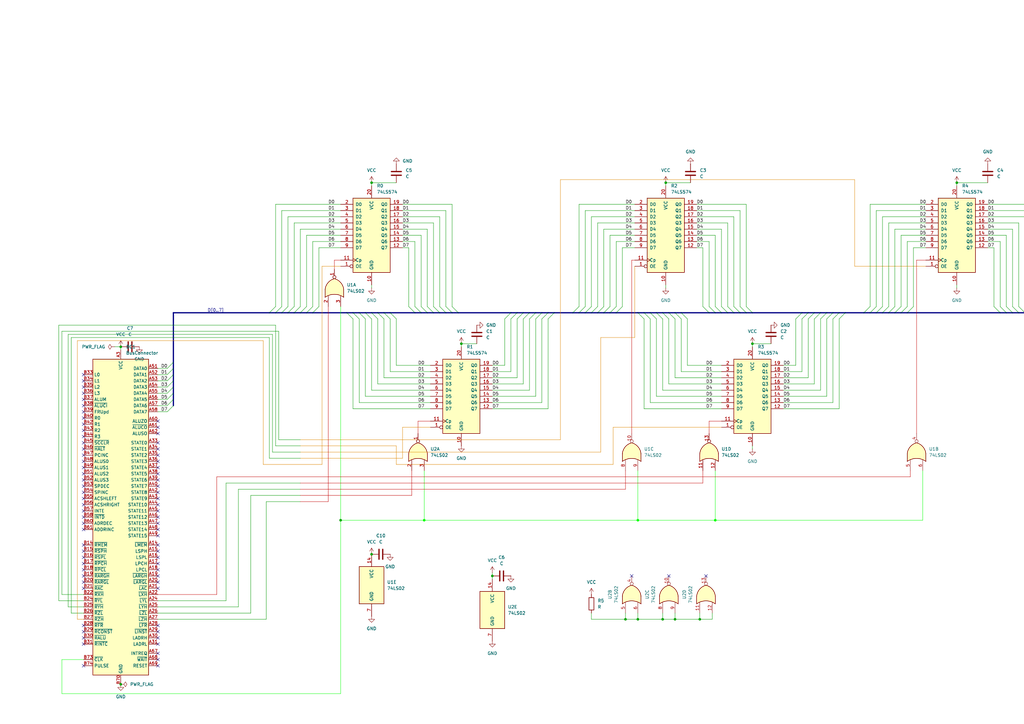
<source format=kicad_sch>
(kicad_sch (version 20250114) (generator "eeschema") (generator_version "9.0")
  (paper "A3")
  (junction (at 152.4 227.33))
  (junction (at 201.93 236.22))
  (junction (at 293.37 213.36) (color 0 255 0 1))
  (junction (at 271.78 254))
  (junction (at 273.05 74.93))
  (junction (at 256.54 254))
  (junction (at 152.4 74.93))
  (junction (at 392.43 74.93))
  (junction (at 261.62 254))
  (junction (at 287.02 254))
  (junction (at 49.53 280.67))
  (junction (at 139.7 213.36))
  (junction (at 261.62 213.36) (color 0 255 0 1))
  (junction (at 49.53 142.24))
  (junction (at 276.86 254))
  (junction (at 308.61 140.97))
  (junction (at 189.23 140.97))
  (junction (at 173.99 213.36) (color 0 255 0 1))
  (no_connect (at 64.77 261.62))
  (no_connect (at 64.77 189.23))
  (no_connect (at 64.77 228.6))
  (no_connect (at 34.29 184.15))
  (no_connect (at 34.29 153.67))
  (no_connect (at 34.29 238.76))
  (no_connect (at 34.29 226.06))
  (no_connect (at 64.77 184.15))
  (no_connect (at 34.29 199.39))
  (no_connect (at 34.29 189.23))
  (no_connect (at 34.29 181.61))
  (no_connect (at 64.77 241.3))
  (no_connect (at 64.77 259.08))
  (no_connect (at 64.77 273.05))
  (no_connect (at 64.77 236.22))
  (no_connect (at 34.29 273.05))
  (no_connect (at 34.29 163.83))
  (no_connect (at 289.56 236.22))
  (no_connect (at 64.77 226.06))
  (no_connect (at 64.77 186.69))
  (no_connect (at 34.29 259.08))
  (no_connect (at 64.77 209.55))
  (no_connect (at 64.77 238.76))
  (no_connect (at 64.77 196.85))
  (no_connect (at 64.77 267.97))
  (no_connect (at 34.29 241.3))
  (no_connect (at 34.29 217.17))
  (no_connect (at 34.29 256.54))
  (no_connect (at 64.77 194.31))
  (no_connect (at 34.29 228.6))
  (no_connect (at 34.29 168.91))
  (no_connect (at 64.77 177.8))
  (no_connect (at 64.77 204.47))
  (no_connect (at 34.29 156.21))
  (no_connect (at 64.77 201.93))
  (no_connect (at 34.29 261.62))
  (no_connect (at 34.29 264.16))
  (no_connect (at 34.29 161.29))
  (no_connect (at 64.77 212.09))
  (no_connect (at 64.77 256.54))
  (no_connect (at 64.77 219.71))
  (no_connect (at 64.77 199.39))
  (no_connect (at 34.29 214.63))
  (no_connect (at 34.29 166.37))
  (no_connect (at 34.29 171.45))
  (no_connect (at 34.29 207.01))
  (no_connect (at 34.29 191.77))
  (no_connect (at 274.32 236.22))
  (no_connect (at 34.29 233.68))
  (no_connect (at 64.77 231.14))
  (no_connect (at 64.77 207.01))
  (no_connect (at 34.29 231.14))
  (no_connect (at 34.29 194.31))
  (no_connect (at 34.29 179.07))
  (no_connect (at 34.29 158.75))
  (no_connect (at 34.29 209.55))
  (no_connect (at 34.29 201.93))
  (no_connect (at 34.29 186.69))
  (no_connect (at 34.29 236.22))
  (no_connect (at 64.77 217.17))
  (no_connect (at 34.29 212.09))
  (no_connect (at 64.77 233.68))
  (no_connect (at 64.77 214.63))
  (no_connect (at 259.08 236.22))
  (no_connect (at 64.77 270.51))
  (no_connect (at 64.77 191.77))
  (no_connect (at 34.29 176.53))
  (no_connect (at 64.77 223.52))
  (no_connect (at 34.29 204.47))
  (no_connect (at 64.77 264.16))
  (no_connect (at 64.77 175.26))
  (no_connect (at 34.29 223.52))
  (no_connect (at 64.77 172.72))
  (no_connect (at 64.77 181.61))
  (no_connect (at 34.29 196.85))
  (no_connect (at 34.29 173.99))
  (bus_entry (at 266.7 128.27) (size 2.54 2.54))
  (bus_entry (at 237.49 128.27) (size 2.54 -2.54))
  (bus_entry (at 247.65 128.27) (size 2.54 -2.54))
  (bus_entry (at 334.01 130.81) (size 2.54 -2.54))
  (bus_entry (at 154.94 128.27) (size 2.54 2.54))
  (bus_entry (at 160.02 128.27) (size 2.54 2.54))
  (bus_entry (at 271.78 128.27) (size 2.54 2.54))
  (bus_entry (at 269.24 128.27) (size 2.54 2.54))
  (bus_entry (at 207.01 130.81) (size 2.54 -2.54))
  (bus_entry (at 288.29 125.73) (size 2.54 2.54))
  (bus_entry (at 420.37 125.73) (size 2.54 2.54))
  (bus_entry (at 149.86 128.27) (size 2.54 2.54))
  (bus_entry (at 361.95 128.27) (size 2.54 -2.54))
  (bus_entry (at 415.29 125.73) (size 2.54 2.54))
  (bus_entry (at 125.73 128.27) (size 2.54 -2.54))
  (bus_entry (at 412.75 125.73) (size 2.54 2.54))
  (bus_entry (at 175.26 125.73) (size 2.54 2.54))
  (bus_entry (at 328.93 130.81) (size 2.54 -2.54))
  (bus_entry (at 407.67 125.73) (size 2.54 2.54))
  (bus_entry (at 341.63 130.81) (size 2.54 -2.54))
  (bus_entry (at 214.63 130.81) (size 2.54 -2.54))
  (bus_entry (at 180.34 125.73) (size 2.54 2.54))
  (bus_entry (at 68.58 161.29) (size 2.54 -2.54))
  (bus_entry (at 234.95 128.27) (size 2.54 -2.54))
  (bus_entry (at 157.48 128.27) (size 2.54 2.54))
  (bus_entry (at 422.91 125.73) (size 2.54 2.54))
  (bus_entry (at 177.8 125.73) (size 2.54 2.54))
  (bus_entry (at 264.16 128.27) (size 2.54 2.54))
  (bus_entry (at 417.83 125.73) (size 2.54 2.54))
  (bus_entry (at 209.55 130.81) (size 2.54 -2.54))
  (bus_entry (at 217.17 130.81) (size 2.54 -2.54))
  (bus_entry (at 245.11 128.27) (size 2.54 -2.54))
  (bus_entry (at 68.58 168.91) (size 2.54 -2.54))
  (bus_entry (at 182.88 125.73) (size 2.54 2.54))
  (bus_entry (at 306.07 125.73) (size 2.54 2.54))
  (bus_entry (at 68.58 156.21) (size 2.54 -2.54))
  (bus_entry (at 68.58 151.13) (size 2.54 -2.54))
  (bus_entry (at 356.87 128.27) (size 2.54 -2.54))
  (bus_entry (at 147.32 128.27) (size 2.54 2.54))
  (bus_entry (at 279.4 128.27) (size 2.54 2.54))
  (bus_entry (at 242.57 128.27) (size 2.54 -2.54))
  (bus_entry (at 303.53 125.73) (size 2.54 2.54))
  (bus_entry (at 212.09 130.81) (size 2.54 -2.54))
  (bus_entry (at 115.57 128.27) (size 2.54 -2.54))
  (bus_entry (at 425.45 125.73) (size 2.54 2.54))
  (bus_entry (at 68.58 153.67) (size 2.54 -2.54))
  (bus_entry (at 276.86 128.27) (size 2.54 2.54))
  (bus_entry (at 290.83 125.73) (size 2.54 2.54))
  (bus_entry (at 261.62 128.27) (size 2.54 2.54))
  (bus_entry (at 252.73 128.27) (size 2.54 -2.54))
  (bus_entry (at 142.24 128.27) (size 2.54 2.54))
  (bus_entry (at 298.45 125.73) (size 2.54 2.54))
  (bus_entry (at 344.17 130.81) (size 2.54 -2.54))
  (bus_entry (at 120.65 128.27) (size 2.54 -2.54))
  (bus_entry (at 110.49 128.27) (size 2.54 -2.54))
  (bus_entry (at 326.39 130.81) (size 2.54 -2.54))
  (bus_entry (at 372.11 128.27) (size 2.54 -2.54))
  (bus_entry (at 293.37 125.73) (size 2.54 2.54))
  (bus_entry (at 144.78 128.27) (size 2.54 2.54))
  (bus_entry (at 128.27 128.27) (size 2.54 -2.54))
  (bus_entry (at 300.99 125.73) (size 2.54 2.54))
  (bus_entry (at 274.32 128.27) (size 2.54 2.54))
  (bus_entry (at 295.91 125.73) (size 2.54 2.54))
  (bus_entry (at 222.25 130.81) (size 2.54 -2.54))
  (bus_entry (at 68.58 163.83) (size 2.54 -2.54))
  (bus_entry (at 367.03 128.27) (size 2.54 -2.54))
  (bus_entry (at 219.71 130.81) (size 2.54 -2.54))
  (bus_entry (at 123.19 128.27) (size 2.54 -2.54))
  (bus_entry (at 339.09 130.81) (size 2.54 -2.54))
  (bus_entry (at 113.03 128.27) (size 2.54 -2.54))
  (bus_entry (at 185.42 125.73) (size 2.54 2.54))
  (bus_entry (at 172.72 125.73) (size 2.54 2.54))
  (bus_entry (at 331.47 130.81) (size 2.54 -2.54))
  (bus_entry (at 170.18 125.73) (size 2.54 2.54))
  (bus_entry (at 369.57 128.27) (size 2.54 -2.54))
  (bus_entry (at 118.11 128.27) (size 2.54 -2.54))
  (bus_entry (at 354.33 128.27) (size 2.54 -2.54))
  (bus_entry (at 240.03 128.27) (size 2.54 -2.54))
  (bus_entry (at 68.58 166.37) (size 2.54 -2.54))
  (bus_entry (at 152.4 128.27) (size 2.54 2.54))
  (bus_entry (at 336.55 130.81) (size 2.54 -2.54))
  (bus_entry (at 410.21 125.73) (size 2.54 2.54))
  (bus_entry (at 359.41 128.27) (size 2.54 -2.54))
  (bus_entry (at 364.49 128.27) (size 2.54 -2.54))
  (bus_entry (at 250.19 128.27) (size 2.54 -2.54))
  (bus_entry (at 224.79 130.81) (size 2.54 -2.54))
  (bus_entry (at 167.64 125.73) (size 2.54 2.54))
  (bus_entry (at 68.58 158.75) (size 2.54 -2.54))
  (bus (pts (xy 306.07 128.27) (xy 308.61 128.27)) (stroke (width 0.508)))
  (wire (pts (xy 359.41 86.36) (xy 379.73 86.36)))
  (wire (pts (xy 64.77 166.37) (xy 68.58 166.37)))
  (wire (pts (xy 285.75 91.44) (xy 298.45 91.44)))
  (wire (pts (xy 125.73 125.73) (xy 125.73 96.52)))
  (wire (pts (xy 160.02 130.81) (xy 160.02 152.4)))
  (bus (pts (xy 71.12 161.29) (xy 71.12 163.83)) (stroke (width 0.508)))
  (wire (pts (xy 250.19 125.73) (xy 250.19 96.52)))
  (wire (pts (xy 293.37 213.36) (xy 378.46 213.36)) (stroke (width 0) (color 0 255 0 1)))
  (wire (pts (xy 261.62 213.36) (xy 293.37 213.36)) (stroke (width 0) (color 0 255 0 1)))
  (wire (pts (xy 292.1 254) (xy 292.1 251.46)))
  (wire (pts (xy 157.48 130.81) (xy 157.48 154.94)))
  (wire (pts (xy 405.13 101.6) (xy 407.67 101.6)))
  (wire (pts (xy 405.13 91.44) (xy 417.83 91.44)))
  (wire (pts (xy 128.27 125.73) (xy 128.27 99.06)))
  (wire (pts (xy 288.29 101.6) (xy 288.29 125.73)))
  (wire (pts (xy 293.37 213.36) (xy 293.37 193.04)) (stroke (width 0) (color 0 255 0 1)))
  (wire (pts (xy 359.41 125.73) (xy 359.41 86.36)))
  (wire (pts (xy 31.75 254) (xy 34.29 254)) (stroke (width 0) (color 221 133 0 1)))
  (wire (pts (xy 369.57 96.52) (xy 379.73 96.52)))
  (wire (pts (xy 295.91 172.72) (xy 290.83 172.72)) (stroke (width 0) (color 194 0 0 1)))
  (wire (pts (xy 160.02 152.4) (xy 176.53 152.4)))
  (bus (pts (xy 334.01 128.27) (xy 336.55 128.27)) (stroke (width 0.508)))
  (wire (pts (xy 246.38 185.42) (xy 246.38 138.43)) (stroke (width 0) (color 221 133 0 1)))
  (wire (pts (xy 350.52 73.66) (xy 350.52 109.22)) (stroke (width 0) (color 221 133 0 1)))
  (bus (pts (xy 71.12 148.59) (xy 71.12 151.13)) (stroke (width 0.508)))
  (wire (pts (xy 152.4 130.81) (xy 152.4 160.02)))
  (wire (pts (xy 222.25 165.1) (xy 201.93 165.1)))
  (wire (pts (xy 170.18 99.06) (xy 170.18 125.73)))
  (wire (pts (xy 417.83 91.44) (xy 417.83 125.73)))
  (wire (pts (xy 364.49 125.73) (xy 364.49 91.44)))
  (wire (pts (xy 107.95 139.7) (xy 31.75 139.7)) (stroke (width 0) (color 221 133 0 1)))
  (wire (pts (xy 374.65 101.6) (xy 379.73 101.6)))
  (wire (pts (xy 152.4 116.84) (xy 152.4 118.11)))
  (wire (pts (xy 274.32 157.48) (xy 295.91 157.48)))
  (bus (pts (xy 356.87 128.27) (xy 359.41 128.27)) (stroke (width 0.508)))
  (bus (pts (xy 187.96 128.27) (xy 209.55 128.27)) (stroke (width 0.508)))
  (bus (pts (xy 71.12 158.75) (xy 71.12 161.29)) (stroke (width 0.508)))
  (wire (pts (xy 261.62 251.46) (xy 261.62 254)))
  (wire (pts (xy 34.29 243.84) (xy 25.4 243.84)))
  (wire (pts (xy 27.94 137.16) (xy 111.76 137.16)))
  (wire (pts (xy 49.53 142.24) (xy 49.53 143.51)))
  (wire (pts (xy 154.94 130.81) (xy 154.94 157.48)))
  (wire (pts (xy 242.57 88.9) (xy 260.35 88.9)))
  (wire (pts (xy 256.54 200.66) (xy 256.54 193.04)) (stroke (width 0) (color 194 0 0 1)))
  (wire (pts (xy 356.87 125.73) (xy 356.87 83.82)))
  (wire (pts (xy 162.56 130.81) (xy 162.56 149.86)))
  (bus (pts (xy 359.41 128.27) (xy 361.95 128.27)) (stroke (width 0.508)))
  (wire (pts (xy 154.94 157.48) (xy 176.53 157.48)))
  (wire (pts (xy 281.94 130.81) (xy 281.94 149.86)))
  (wire (pts (xy 64.77 168.91) (xy 68.58 168.91)))
  (wire (pts (xy 165.1 99.06) (xy 170.18 99.06)))
  (wire (pts (xy 27.94 248.92) (xy 27.94 137.16)))
  (bus (pts (xy 331.47 128.27) (xy 334.01 128.27)) (stroke (width 0.508)))
  (wire (pts (xy 285.75 96.52) (xy 293.37 96.52)))
  (wire (pts (xy 224.79 130.81) (xy 224.79 167.64)))
  (wire (pts (xy 25.4 284.48) (xy 139.7 284.48)) (stroke (width 0) (color 0 255 0 1)))
  (wire (pts (xy 34.29 246.38) (xy 24.13 246.38)))
  (bus (pts (xy 298.45 128.27) (xy 300.99 128.27)) (stroke (width 0.508)))
  (wire (pts (xy 110.49 138.43) (xy 110.49 187.96)))
  (bus (pts (xy 372.11 128.27) (xy 410.21 128.27)) (stroke (width 0.508)))
  (wire (pts (xy 256.54 254) (xy 261.62 254)))
  (bus (pts (xy 240.03 128.27) (xy 237.49 128.27)) (stroke (width 0.508)))
  (wire (pts (xy 276.86 154.94) (xy 295.91 154.94)))
  (bus (pts (xy 303.53 128.27) (xy 306.07 128.27)) (stroke (width 0.508)))
  (bus (pts (xy 182.88 128.27) (xy 185.42 128.27)) (stroke (width 0.508)))
  (wire (pts (xy 149.86 162.56) (xy 176.53 162.56)))
  (wire (pts (xy 97.79 200.66) (xy 123.19 200.66)))
  (wire (pts (xy 298.45 91.44) (xy 298.45 125.73)))
  (wire (pts (xy 157.48 154.94) (xy 176.53 154.94)))
  (wire (pts (xy 217.17 160.02) (xy 201.93 160.02)))
  (wire (pts (xy 64.77 153.67) (xy 68.58 153.67)))
  (wire (pts (xy 240.03 86.36) (xy 260.35 86.36)))
  (wire (pts (xy 276.86 254) (xy 287.02 254)))
  (wire (pts (xy 217.17 130.81) (xy 217.17 160.02)))
  (wire (pts (xy 350.52 109.22) (xy 379.73 109.22)) (stroke (width 0) (color 221 133 0 1)))
  (bus (pts (xy 344.17 128.27) (xy 346.71 128.27)) (stroke (width 0.508)))
  (wire (pts (xy 123.19 180.34) (xy 229.87 180.34)) (stroke (width 0) (color 221 133 0 1)))
  (bus (pts (xy 142.24 128.27) (xy 144.78 128.27)) (stroke (width 0.508)))
  (wire (pts (xy 326.39 149.86) (xy 321.31 149.86)))
  (wire (pts (xy 120.65 91.44) (xy 139.7 91.44)))
  (wire (pts (xy 120.65 125.73) (xy 120.65 91.44)))
  (bus (pts (xy 269.24 128.27) (xy 271.78 128.27)) (stroke (width 0.508)))
  (wire (pts (xy 185.42 83.82) (xy 185.42 125.73)))
  (wire (pts (xy 290.83 172.72) (xy 290.83 177.8)) (stroke (width 0) (color 194 0 0 1)))
  (wire (pts (xy 113.03 133.35) (xy 113.03 182.88)))
  (wire (pts (xy 246.38 138.43) (xy 260.35 138.43)) (stroke (width 0) (color 221 133 0 1)))
  (wire (pts (xy 25.4 284.48) (xy 25.4 270.51)) (stroke (width 0) (color 0 255 0 1)))
  (wire (pts (xy 392.43 116.84) (xy 392.43 118.11)))
  (wire (pts (xy 180.34 88.9) (xy 180.34 125.73)))
  (wire (pts (xy 113.03 182.88) (xy 123.19 182.88)))
  (wire (pts (xy 293.37 96.52) (xy 293.37 125.73)))
  (wire (pts (xy 247.65 125.73) (xy 247.65 93.98)))
  (wire (pts (xy 344.17 167.64) (xy 321.31 167.64)))
  (wire (pts (xy 24.13 133.35) (xy 113.03 133.35)))
  (wire (pts (xy 24.13 246.38) (xy 24.13 133.35)))
  (wire (pts (xy 373.38 195.58) (xy 373.38 193.04)) (stroke (width 0) (color 194 0 0 1)))
  (bus (pts (xy 177.8 128.27) (xy 180.34 128.27)) (stroke (width 0.508)))
  (bus (pts (xy 125.73 128.27) (xy 128.27 128.27)) (stroke (width 0.508)))
  (wire (pts (xy 144.78 167.64) (xy 176.53 167.64)))
  (wire (pts (xy 420.37 88.9) (xy 420.37 125.73)))
  (wire (pts (xy 300.99 88.9) (xy 300.99 125.73)))
  (wire (pts (xy 308.61 182.88) (xy 308.61 184.15)))
  (wire (pts (xy 92.71 246.38) (xy 92.71 198.12)))
  (wire (pts (xy 412.75 96.52) (xy 412.75 125.73)))
  (wire (pts (xy 269.24 162.56) (xy 295.91 162.56)))
  (bus (pts (xy 71.12 151.13) (xy 71.12 153.67)) (stroke (width 0.508)))
  (bus (pts (xy 160.02 128.27) (xy 170.18 128.27)) (stroke (width 0.508)))
  (wire (pts (xy 64.77 161.29) (xy 68.58 161.29)))
  (wire (pts (xy 361.95 88.9) (xy 379.73 88.9)))
  (wire (pts (xy 107.95 190.5) (xy 132.08 190.5)) (stroke (width 0) (color 221 133 0 1)))
  (wire (pts (xy 207.01 130.81) (xy 207.01 149.86)))
  (bus (pts (xy 346.71 128.27) (xy 354.33 128.27)) (stroke (width 0.508)))
  (wire (pts (xy 139.7 125.73) (xy 139.7 213.36)) (stroke (width 0) (color 0 255 0 1)))
  (wire (pts (xy 113.03 125.73) (xy 113.03 83.82)))
  (wire (pts (xy 147.32 165.1) (xy 176.53 165.1)))
  (wire (pts (xy 379.73 106.68) (xy 375.92 106.68)) (stroke (width 0) (color 194 0 0 1)))
  (wire (pts (xy 182.88 86.36) (xy 182.88 125.73)))
  (bus (pts (xy 71.12 128.27) (xy 71.12 148.59)) (stroke (width 0.508)))
  (wire (pts (xy 285.75 88.9) (xy 300.99 88.9)))
  (wire (pts (xy 123.19 187.96) (xy 165.1 187.96)) (stroke (width 0) (color 221 133 0 1)))
  (wire (pts (xy 134.62 205.74) (xy 134.62 125.73)) (stroke (width 0) (color 194 0 0 1)))
  (wire (pts (xy 123.19 205.74) (xy 134.62 205.74)) (stroke (width 0) (color 194 0 0 1)))
  (wire (pts (xy 128.27 99.06) (xy 139.7 99.06)))
  (wire (pts (xy 64.77 248.92) (xy 97.79 248.92)))
  (bus (pts (xy 247.65 128.27) (xy 250.19 128.27)) (stroke (width 0.508)))
  (wire (pts (xy 115.57 125.73) (xy 115.57 86.36)))
  (wire (pts (xy 237.49 83.82) (xy 260.35 83.82)))
  (bus (pts (xy 71.12 153.67) (xy 71.12 156.21)) (stroke (width 0.508)))
  (bus (pts (xy 336.55 128.27) (xy 339.09 128.27)) (stroke (width 0.508)))
  (wire (pts (xy 123.19 185.42) (xy 246.38 185.42)) (stroke (width 0) (color 221 133 0 1)))
  (wire (pts (xy 295.91 93.98) (xy 295.91 125.73)))
  (bus (pts (xy 209.55 128.27) (xy 212.09 128.27)) (stroke (width 0.508)))
  (wire (pts (xy 285.75 99.06) (xy 290.83 99.06)))
  (bus (pts (xy 222.25 128.27) (xy 224.79 128.27)) (stroke (width 0.508)))
  (wire (pts (xy 137.16 106.68) (xy 139.7 106.68)) (stroke (width 0) (color 194 0 0 1)))
  (bus (pts (xy 224.79 128.27) (xy 227.33 128.27)) (stroke (width 0.508)))
  (wire (pts (xy 303.53 86.36) (xy 303.53 125.73)))
  (wire (pts (xy 64.77 246.38) (xy 92.71 246.38)))
  (bus (pts (xy 71.12 156.21) (xy 71.12 158.75)) (stroke (width 0.508)))
  (wire (pts (xy 273.05 74.93) (xy 273.05 76.2)))
  (wire (pts (xy 245.11 125.73) (xy 245.11 91.44)))
  (bus (pts (xy 364.49 128.27) (xy 367.03 128.27)) (stroke (width 0.508)))
  (wire (pts (xy 92.71 198.12) (xy 123.19 198.12)))
  (wire (pts (xy 64.77 156.21) (xy 68.58 156.21)))
  (wire (pts (xy 405.13 99.06) (xy 410.21 99.06)))
  (wire (pts (xy 222.25 130.81) (xy 222.25 165.1)))
  (wire (pts (xy 308.61 140.97) (xy 308.61 142.24)))
  (bus (pts (xy 120.65 128.27) (xy 123.19 128.27)) (stroke (width 0.508)))
  (wire (pts (xy 288.29 198.12) (xy 288.29 193.04)) (stroke (width 0) (color 194 0 0 1)))
  (wire (pts (xy 229.87 73.66) (xy 350.52 73.66)) (stroke (width 0) (color 221 133 0 1)))
  (wire (pts (xy 139.7 213.36) (xy 173.99 213.36)) (stroke (width 0) (color 0 255 0 1)))
  (bus (pts (xy 245.11 128.27) (xy 247.65 128.27)) (stroke (width 0.508)))
  (wire (pts (xy 405.13 93.98) (xy 415.29 93.98)))
  (wire (pts (xy 422.91 86.36) (xy 422.91 125.73)))
  (bus (pts (xy 175.26 128.27) (xy 177.8 128.27)) (stroke (width 0.508)))
  (bus (pts (xy 170.18 128.27) (xy 172.72 128.27)) (stroke (width 0.508)))
  (wire (pts (xy 212.09 130.81) (xy 212.09 154.94)))
  (wire (pts (xy 97.79 248.92) (xy 97.79 200.66)))
  (wire (pts (xy 88.9 195.58) (xy 373.38 195.58)) (stroke (width 0) (color 194 0 0 1)))
  (wire (pts (xy 130.81 101.6) (xy 139.7 101.6)))
  (bus (pts (xy 149.86 128.27) (xy 152.4 128.27)) (stroke (width 0.508)))
  (bus (pts (xy 339.09 128.27) (xy 341.63 128.27)) (stroke (width 0.508)))
  (bus (pts (xy 157.48 128.27) (xy 160.02 128.27)) (stroke (width 0.508)))
  (bus (pts (xy 417.83 128.27) (xy 420.37 128.27)) (stroke (width 0.508)))
  (wire (pts (xy 375.92 106.68) (xy 375.92 177.8)) (stroke (width 0) (color 194 0 0 1)))
  (wire (pts (xy 165.1 93.98) (xy 175.26 93.98)))
  (bus (pts (xy 212.09 128.27) (xy 214.63 128.27)) (stroke (width 0.508)))
  (wire (pts (xy 224.79 167.64) (xy 201.93 167.64)))
  (wire (pts (xy 240.03 125.73) (xy 240.03 86.36)))
  (wire (pts (xy 189.23 140.97) (xy 195.58 140.97)))
  (wire (pts (xy 111.76 137.16) (xy 111.76 185.42)))
  (wire (pts (xy 269.24 130.81) (xy 269.24 162.56)))
  (wire (pts (xy 287.02 254) (xy 292.1 254)))
  (wire (pts (xy 165.1 187.96) (xy 165.1 175.26)) (stroke (width 0) (color 221 133 0 1)))
  (bus (pts (xy 264.16 128.27) (xy 261.62 128.27)) (stroke (width 0.508)))
  (wire (pts (xy 123.19 203.2) (xy 168.91 203.2)) (stroke (width 0) (color 194 0 0 1)))
  (bus (pts (xy 271.78 128.27) (xy 274.32 128.27)) (stroke (width 0.508)))
  (wire (pts (xy 285.75 83.82) (xy 306.07 83.82)))
  (bus (pts (xy 354.33 128.27) (xy 356.87 128.27)) (stroke (width 0.508)))
  (wire (pts (xy 308.61 140.97) (xy 316.23 140.97)))
  (wire (pts (xy 165.1 101.6) (xy 167.64 101.6)))
  (wire (pts (xy 177.8 91.44) (xy 177.8 125.73)))
  (wire (pts (xy 341.63 165.1) (xy 321.31 165.1)))
  (wire (pts (xy 259.08 177.8) (xy 259.08 106.68)) (stroke (width 0) (color 194 0 0 1)))
  (wire (pts (xy 109.22 205.74) (xy 123.19 205.74)))
  (wire (pts (xy 344.17 130.81) (xy 344.17 167.64)))
  (wire (pts (xy 214.63 157.48) (xy 201.93 157.48)))
  (bus (pts (xy 295.91 128.27) (xy 298.45 128.27)) (stroke (width 0.508)))
  (bus (pts (xy 279.4 128.27) (xy 276.86 128.27)) (stroke (width 0.508)))
  (wire (pts (xy 123.19 182.88) (xy 162.56 182.88)) (stroke (width 0) (color 221 133 0 1)))
  (bus (pts (xy 180.34 128.27) (xy 182.88 128.27)) (stroke (width 0.508)))
  (bus (pts (xy 266.7 128.27) (xy 269.24 128.27)) (stroke (width 0.508)))
  (bus (pts (xy 234.95 128.27) (xy 237.49 128.27)) (stroke (width 0.508)))
  (wire (pts (xy 132.08 190.5) (xy 132.08 109.22)) (stroke (width 0) (color 221 133 0 1)))
  (wire (pts (xy 118.11 125.73) (xy 118.11 88.9)))
  (wire (pts (xy 271.78 254) (xy 276.86 254)))
  (wire (pts (xy 102.87 251.46) (xy 102.87 203.2)))
  (wire (pts (xy 266.7 130.81) (xy 266.7 165.1)))
  (wire (pts (xy 331.47 130.81) (xy 331.47 154.94)))
  (bus (pts (xy 410.21 128.27) (xy 412.75 128.27)) (stroke (width 0.508)))
  (wire (pts (xy 255.27 101.6) (xy 260.35 101.6)))
  (wire (pts (xy 252.73 99.06) (xy 260.35 99.06)))
  (wire (pts (xy 173.99 213.36) (xy 173.99 193.04)) (stroke (width 0) (color 0 255 0 1)))
  (wire (pts (xy 144.78 130.81) (xy 144.78 167.64)))
  (wire (pts (xy 372.11 125.73) (xy 372.11 99.06)))
  (bus (pts (xy 367.03 128.27) (xy 369.57 128.27)) (stroke (width 0.508)))
  (wire (pts (xy 405.13 96.52) (xy 412.75 96.52)))
  (wire (pts (xy 162.56 149.86) (xy 176.53 149.86)))
  (wire (pts (xy 285.75 101.6) (xy 288.29 101.6)))
  (wire (pts (xy 107.95 190.5) (xy 107.95 139.7)) (stroke (width 0) (color 221 133 0 1)))
  (wire (pts (xy 214.63 130.81) (xy 214.63 157.48)))
  (wire (pts (xy 356.87 83.82) (xy 379.73 83.82)))
  (wire (pts (xy 162.56 182.88) (xy 162.56 190.5)) (stroke (width 0) (color 221 133 0 1)))
  (wire (pts (xy 285.75 86.36) (xy 303.53 86.36)))
  (wire (pts (xy 410.21 99.06) (xy 410.21 125.73)))
  (bus (pts (xy 185.42 128.27) (xy 187.96 128.27)) (stroke (width 0.508)))
  (wire (pts (xy 334.01 130.81) (xy 334.01 157.48)))
  (wire (pts (xy 175.26 93.98) (xy 175.26 125.73)))
  (bus (pts (xy 412.75 128.27) (xy 415.29 128.27)) (stroke (width 0.508)))
  (wire (pts (xy 132.08 109.22) (xy 139.7 109.22)) (stroke (width 0) (color 221 133 0 1)))
  (wire (pts (xy 339.09 130.81) (xy 339.09 162.56)))
  (wire (pts (xy 334.01 157.48) (xy 321.31 157.48)))
  (wire (pts (xy 251.46 175.26) (xy 295.91 175.26)) (stroke (width 0) (color 221 133 0 1)))
  (wire (pts (xy 165.1 88.9) (xy 180.34 88.9)))
  (wire (pts (xy 372.11 99.06) (xy 379.73 99.06)))
  (wire (pts (xy 109.22 254) (xy 109.22 205.74)))
  (bus (pts (xy 154.94 128.27) (xy 157.48 128.27)) (stroke (width 0.508)))
  (bus (pts (xy 425.45 128.27) (xy 427.99 128.27)) (stroke (width 0.508)))
  (wire (pts (xy 279.4 152.4) (xy 295.91 152.4)))
  (wire (pts (xy 31.75 139.7) (xy 31.75 254)) (stroke (width 0) (color 221 133 0 1)))
  (wire (pts (xy 167.64 101.6) (xy 167.64 125.73)))
  (wire (pts (xy 367.03 93.98) (xy 379.73 93.98)))
  (wire (pts (xy 392.43 74.93) (xy 392.43 76.2)))
  (wire (pts (xy 242.57 251.46) (xy 242.57 254)))
  (bus (pts (xy 369.57 128.27) (xy 372.11 128.27)) (stroke (width 0.508)))
  (wire (pts (xy 255.27 125.73) (xy 255.27 101.6)))
  (bus (pts (xy 128.27 128.27) (xy 142.24 128.27)) (stroke (width 0.508)))
  (wire (pts (xy 25.4 243.84) (xy 25.4 135.89)))
  (wire (pts (xy 326.39 130.81) (xy 326.39 149.86)))
  (bus (pts (xy 110.49 128.27) (xy 113.03 128.27)) (stroke (width 0.508)))
  (bus (pts (xy 341.63 128.27) (xy 344.17 128.27)) (stroke (width 0.508)))
  (wire (pts (xy 209.55 130.81) (xy 209.55 152.4)))
  (wire (pts (xy 162.56 74.93) (xy 152.4 74.93)))
  (wire (pts (xy 115.57 86.36) (xy 139.7 86.36)))
  (wire (pts (xy 339.09 162.56) (xy 321.31 162.56)))
  (wire (pts (xy 276.86 251.46) (xy 276.86 254)))
  (wire (pts (xy 328.93 152.4) (xy 321.31 152.4)))
  (wire (pts (xy 34.29 251.46) (xy 29.21 251.46)))
  (wire (pts (xy 281.94 149.86) (xy 295.91 149.86)))
  (wire (pts (xy 113.03 83.82) (xy 139.7 83.82)))
  (wire (pts (xy 114.3 135.89) (xy 114.3 180.34)))
  (wire (pts (xy 219.71 162.56) (xy 201.93 162.56)))
  (bus (pts (xy 144.78 128.27) (xy 147.32 128.27)) (stroke (width 0.508)))
  (wire (pts (xy 271.78 130.81) (xy 271.78 160.02)))
  (wire (pts (xy 88.9 195.58) (xy 88.9 243.84)) (stroke (width 0) (color 194 0 0 1)))
  (wire (pts (xy 415.29 93.98) (xy 415.29 125.73)))
  (wire (pts (xy 251.46 190.5) (xy 251.46 175.26)) (stroke (width 0) (color 221 133 0 1)))
  (wire (pts (xy 25.4 270.51) (xy 34.29 270.51)) (stroke (width 0) (color 0 255 0 1)))
  (bus (pts (xy 172.72 128.27) (xy 175.26 128.27)) (stroke (width 0.508)))
  (wire (pts (xy 364.49 91.44) (xy 379.73 91.44)))
  (wire (pts (xy 162.56 190.5) (xy 251.46 190.5)) (stroke (width 0) (color 221 133 0 1)))
  (wire (pts (xy 276.86 130.81) (xy 276.86 154.94)))
  (bus (pts (xy 250.19 128.27) (xy 252.73 128.27)) (stroke (width 0.508)))
  (bus (pts (xy 274.32 128.27) (xy 276.86 128.27)) (stroke (width 0.508)))
  (wire (pts (xy 152.4 74.93) (xy 152.4 76.2)))
  (bus (pts (xy 147.32 128.27) (xy 149.86 128.27)) (stroke (width 0.508)))
  (wire (pts (xy 361.95 125.73) (xy 361.95 88.9)))
  (wire (pts (xy 250.19 96.52) (xy 260.35 96.52)))
  (bus (pts (xy 279.4 128.27) (xy 290.83 128.27)) (stroke (width 0.508)))
  (wire (pts (xy 64.77 163.83) (xy 68.58 163.83)))
  (wire (pts (xy 137.16 106.68) (xy 137.16 110.49)) (stroke (width 0) (color 194 0 0 1)))
  (wire (pts (xy 407.67 101.6) (xy 407.67 125.73)))
  (bus (pts (xy 242.57 128.27) (xy 245.11 128.27)) (stroke (width 0.508)))
  (bus (pts (xy 422.91 128.27) (xy 425.45 128.27)) (stroke (width 0.508)))
  (bus (pts (xy 123.19 128.27) (xy 125.73 128.27)) (stroke (width 0.508)))
  (wire (pts (xy 328.93 130.81) (xy 328.93 152.4)))
  (wire (pts (xy 139.7 213.36) (xy 139.7 284.48)) (stroke (width 0) (color 0 255 0 1)))
  (wire (pts (xy 212.09 154.94) (xy 201.93 154.94)))
  (wire (pts (xy 378.46 213.36) (xy 378.46 193.04)) (stroke (width 0) (color 0 255 0 1)))
  (bus (pts (xy 415.29 128.27) (xy 417.83 128.27)) (stroke (width 0.508)))
  (wire (pts (xy 64.77 151.13) (xy 68.58 151.13)))
  (bus (pts (xy 152.4 128.27) (xy 154.94 128.27)) (stroke (width 0.508)))
  (bus (pts (xy 217.17 128.27) (xy 219.71 128.27)) (stroke (width 0.508)))
  (wire (pts (xy 336.55 160.02) (xy 321.31 160.02)))
  (wire (pts (xy 114.3 180.34) (xy 123.19 180.34)))
  (wire (pts (xy 271.78 160.02) (xy 295.91 160.02)))
  (wire (pts (xy 130.81 125.73) (xy 130.81 101.6)))
  (wire (pts (xy 274.32 130.81) (xy 274.32 157.48)))
  (wire (pts (xy 405.13 88.9) (xy 420.37 88.9)))
  (wire (pts (xy 229.87 180.34) (xy 229.87 73.66)) (stroke (width 0) (color 221 133 0 1)))
  (wire (pts (xy 271.78 251.46) (xy 271.78 254)))
  (wire (pts (xy 259.08 106.68) (xy 260.35 106.68)) (stroke (width 0) (color 194 0 0 1)))
  (bus (pts (xy 113.03 128.27) (xy 115.57 128.27)) (stroke (width 0.508)))
  (wire (pts (xy 207.01 149.86) (xy 201.93 149.86)))
  (bus (pts (xy 308.61 128.27) (xy 328.93 128.27)) (stroke (width 0.508)))
  (wire (pts (xy 88.9 243.84) (xy 64.77 243.84)) (stroke (width 0) (color 194 0 0 1)))
  (wire (pts (xy 219.71 130.81) (xy 219.71 162.56)))
  (wire (pts (xy 367.03 125.73) (xy 367.03 93.98)))
  (wire (pts (xy 237.49 125.73) (xy 237.49 83.82)))
  (wire (pts (xy 165.1 91.44) (xy 177.8 91.44)))
  (bus (pts (xy 264.16 128.27) (xy 266.7 128.27)) (stroke (width 0.508)))
  (wire (pts (xy 405.13 83.82) (xy 425.45 83.82)))
  (bus (pts (xy 293.37 128.27) (xy 295.91 128.27)) (stroke (width 0.508)))
  (bus (pts (xy 303.53 128.27) (xy 300.99 128.27)) (stroke (width 0.508)))
  (wire (pts (xy 256.54 251.46) (xy 256.54 254)))
  (wire (pts (xy 176.53 172.72) (xy 171.45 172.72)) (stroke (width 0) (color 194 0 0 1)))
  (wire (pts (xy 283.21 74.93) (xy 273.05 74.93)))
  (wire (pts (xy 341.63 130.81) (xy 341.63 165.1)))
  (wire (pts (xy 279.4 130.81) (xy 279.4 152.4)))
  (wire (pts (xy 152.4 160.02) (xy 176.53 160.02)))
  (wire (pts (xy 110.49 187.96) (xy 123.19 187.96)))
  (bus (pts (xy 115.57 128.27) (xy 118.11 128.27)) (stroke (width 0.508)))
  (wire (pts (xy 34.29 248.92) (xy 27.94 248.92)))
  (wire (pts (xy 425.45 83.82) (xy 425.45 125.73)))
  (wire (pts (xy 336.55 130.81) (xy 336.55 160.02)))
  (wire (pts (xy 29.21 251.46) (xy 29.21 138.43)))
  (wire (pts (xy 171.45 172.72) (xy 171.45 177.8)) (stroke (width 0) (color 194 0 0 1)))
  (wire (pts (xy 168.91 203.2) (xy 168.91 193.04)) (stroke (width 0) (color 194 0 0 1)))
  (wire (pts (xy 165.1 175.26) (xy 176.53 175.26)) (stroke (width 0) (color 221 133 0 1)))
  (wire (pts (xy 46.99 142.24) (xy 49.53 142.24)))
  (wire (pts (xy 392.43 74.93) (xy 405.13 74.93)))
  (wire (pts (xy 102.87 203.2) (xy 123.19 203.2)))
  (wire (pts (xy 125.73 96.52) (xy 139.7 96.52)))
  (wire (pts (xy 264.16 167.64) (xy 295.91 167.64)))
  (wire (pts (xy 245.11 91.44) (xy 260.35 91.44)))
  (bus (pts (xy 219.71 128.27) (xy 222.25 128.27)) (stroke (width 0.508)))
  (wire (pts (xy 266.7 165.1) (xy 295.91 165.1)))
  (wire (pts (xy 242.57 125.73) (xy 242.57 88.9)))
  (wire (pts (xy 252.73 125.73) (xy 252.73 99.06)))
  (bus (pts (xy 118.11 128.27) (xy 120.65 128.27)) (stroke (width 0.508)))
  (wire (pts (xy 64.77 158.75) (xy 68.58 158.75)))
  (wire (pts (xy 123.19 125.73) (xy 123.19 93.98)))
  (wire (pts (xy 405.13 86.36) (xy 422.91 86.36)))
  (wire (pts (xy 123.19 200.66) (xy 256.54 200.66)) (stroke (width 0) (color 194 0 0 1)))
  (bus (pts (xy 420.37 128.27) (xy 422.91 128.27)) (stroke (width 0.508)))
  (wire (pts (xy 165.1 83.82) (xy 185.42 83.82)))
  (wire (pts (xy 261.62 213.36) (xy 261.62 193.04)) (stroke (width 0) (color 0 255 0 1)))
  (bus (pts (xy 240.03 128.27) (xy 242.57 128.27)) (stroke (width 0.508)))
  (bus (pts (xy 214.63 128.27) (xy 217.17 128.27)) (stroke (width 0.508)))
  (wire (pts (xy 173.99 213.36) (xy 261.62 213.36)) (stroke (width 0) (color 0 255 0 1)))
  (wire (pts (xy 64.77 251.46) (xy 102.87 251.46)))
  (wire (pts (xy 261.62 254) (xy 271.78 254)))
  (wire (pts (xy 64.77 254) (xy 109.22 254)))
  (bus (pts (xy 252.73 128.27) (xy 261.62 128.27)) (stroke (width 0.508)))
  (wire (pts (xy 123.19 198.12) (xy 288.29 198.12)) (stroke (width 0) (color 194 0 0 1)))
  (wire (pts (xy 201.93 234.95) (xy 201.93 236.22)))
  (wire (pts (xy 189.23 140.97) (xy 189.23 142.24)))
  (wire (pts (xy 111.76 185.42) (xy 123.19 185.42)))
  (wire (pts (xy 172.72 96.52) (xy 172.72 125.73)))
  (bus (pts (xy 227.33 128.27) (xy 234.95 128.27)) (stroke (width 0.508)))
  (wire (pts (xy 165.1 86.36) (xy 182.88 86.36)))
  (wire (pts (xy 201.93 236.22) (xy 201.93 237.49)))
  (wire (pts (xy 273.05 116.84) (xy 273.05 118.11)))
  (wire (pts (xy 149.86 130.81) (xy 149.86 162.56)))
  (bus (pts (xy 71.12 128.27) (xy 110.49 128.27)) (stroke (width 0.508)))
  (wire (pts (xy 331.47 154.94) (xy 321.31 154.94)))
  (wire (pts (xy 242.57 254) (xy 256.54 254)))
  (wire (pts (xy 285.75 93.98) (xy 295.91 93.98)))
  (wire (pts (xy 118.11 88.9) (xy 139.7 88.9)))
  (bus (pts (xy 71.12 163.83) (xy 71.12 166.37)) (stroke (width 0.508)))
  (wire (pts (xy 290.83 99.06) (xy 290.83 125.73)))
  (wire (pts (xy 369.57 125.73) (xy 369.57 96.52)))
  (wire (pts (xy 29.21 138.43) (xy 110.49 138.43)))
  (bus (pts (xy 290.83 128.27) (xy 293.37 128.27)) (stroke (width 0.508)))
  (wire (pts (xy 165.1 96.52) (xy 172.72 96.52)))
  (wire (pts (xy 260.35 138.43) (xy 260.35 109.22)) (stroke (width 0) (color 221 133 0 1)))
  (wire (pts (xy 287.02 251.46) (xy 287.02 254)))
  (bus (pts (xy 361.95 128.27) (xy 364.49 128.27)) (stroke (width 0.508)))
  (wire (pts (xy 247.65 93.98) (xy 260.35 93.98)))
  (wire (pts (xy 25.4 135.89) (xy 114.3 135.89)))
  (wire (pts (xy 306.07 83.82) (xy 306.07 125.73)))
  (wire (pts (xy 123.19 93.98) (xy 139.7 93.98)))
  (bus (pts (xy 328.93 128.27) (xy 331.47 128.27)) (stroke (width 0.508)))
  (wire (pts (xy 374.65 125.73) (xy 374.65 101.6)))
  (wire (pts (xy 264.16 130.81) (xy 264.16 167.64)))
  (wire (pts (xy 209.55 152.4) (xy 201.93 152.4)))
  (wire (pts (xy 147.32 130.81) (xy 147.32 165.1)))
  (label "D5" (at 66.04 163.83 0))
  (label "D0" (at 171.45 149.86 0))
  (label "D1" (at 66.04 153.67 0))
  (label "D4" (at 256.54 93.98 0))
  (label "D7" (at 256.54 101.6 0))
  (label "D1" (at 321.31 152.4 0))
  (label "D4" (at 165.1 93.98 0))
  (label "D0" (at 165.1 83.82 0))
  (label "D4" (at 134.62 93.98 0))
  (label "D1" (at 201.93 152.4 0))
  (label "D2" (at 165.1 88.9 0))
  (label "D5" (at 256.54 96.52 0))
  (label "D6" (at 171.45 165.1 0))
  (label "D4" (at 201.93 160.02 0))
  (label "D7" (at 66.04 168.91 0))
  (label "D1" (at 405.13 86.36 0))
  (label "D3" (at 201.93 157.48 0))
  (label "D5" (at 165.1 96.52 0))
  (label "D7" (at 201.93 167.64 0))
  (label "D0" (at 405.13 83.82 0))
  (label "D6" (at 289.56 165.1 0))
  (label "D2" (at 171.45 154.94 0))
  (label "D0" (at 321.31 149.86 0))
  (label "D3" (at 256.54 91.44 0))
  (label "D1" (at 377.19 86.36 0))
  (label "D3" (at 377.19 91.44 0))
  (label "D6" (at 321.31 165.1 0))
  (label "D5" (at 377.19 96.52 0))
  (label "D7" (at 289.56 167.64 0))
  (label "D6" (at 66.04 166.37 0))
  (label "D0" (at 134.62 83.82 0))
  (label "D0" (at 201.93 149.86 0))
  (label "D2" (at 285.75 88.9 0))
  (label "D3" (at 289.56 157.48 0))
  (label "D4" (at 289.56 160.02 0))
  (label "D1" (at 171.45 152.4 0))
  (label "D0" (at 285.75 83.82 0))
  (label "D4" (at 66.04 161.29 0))
  (label "D3" (at 321.31 157.48 0))
  (label "D0" (at 256.54 83.82 0))
  (label "D4" (at 171.45 160.02 0))
  (label "D3" (at 171.45 157.48 0))
  (label "D1" (at 285.75 86.36 0))
  (label "D4" (at 377.19 93.98 0))
  (label "D6" (at 201.93 165.1 0))
  (label "D5" (at 171.45 162.56 0))
  (label "D6" (at 405.13 99.06 0))
  (label "D6" (at 377.19 99.06 0))
  (label "D0" (at 289.56 149.86 0))
  (label "D2" (at 134.62 88.9 0))
  (label "D1" (at 256.54 86.36 0))
  (label "D5" (at 289.56 162.56 0))
  (label "D3" (at 285.75 91.44 0))
  (label "D2" (at 289.56 154.94 0))
  (label "D3" (at 405.13 91.44 0))
  (label "D2" (at 377.19 88.9 0))
  (label "D6" (at 134.62 99.06 0))
  (label "D5" (at 285.75 96.52 0))
  (label "D7" (at 377.19 101.6 0))
  (label "D2" (at 405.13 88.9 0))
  (label "D3" (at 165.1 91.44 0))
  (label "D4" (at 285.75 93.98 0))
  (label "D1" (at 134.62 86.36 0))
  (label "D6" (at 165.1 99.06 0))
  (label "D4" (at 405.13 93.98 0))
  (label "D5" (at 405.13 96.52 0))
  (label "D1" (at 289.56 152.4 0))
  (label "D1" (at 165.1 86.36 0))
  (label "D7" (at 285.75 101.6 0))
  (label "D2" (at 256.54 88.9 0))
  (label "D7" (at 134.62 101.6 0))
  (label "D7" (at 405.13 101.6 0))
  (label "D0" (at 377.19 83.82 0))
  (label "D5" (at 134.62 96.52 0))
  (label "D0" (at 66.04 151.13 0))
  (label "D4" (at 321.31 160.02 0))
  (label "D6" (at 256.54 99.06 0))
  (label "D5" (at 201.93 162.56 0))
  (label "D7" (at 321.31 167.64 0))
  (label "D2" (at 321.31 154.94 0))
  (label "D6" (at 285.75 99.06 0))
  (label "D3" (at 134.62 91.44 0))
  (label "D5" (at 321.31 162.56 0))
  (label "D2" (at 66.04 156.21 0))
  (label "D2" (at 201.93 154.94 0))
  (label "D[0..7]" (at 85.09 128.27 0))
  (label "D3" (at 66.04 158.75 0))
  (label "D7" (at 165.1 101.6 0))
  (label "D7" (at 171.45 167.64 0))
  (symbol (lib_id "power:GND") (at 160.02 227.33 0) (unit 1)
    (property "Reference" "#PWR028" (effects (hide yes)))
    (property "Value" "GND" (at 160.02 232.41 0))
    (property "Description" "Power symbol creates a global label with name \"GND\" , ground" (effects (hide yes)))
  )
  (symbol (lib_id "power:GND") (at 405.13 67.31 180) (unit 1)
    (property "Reference" "#PWR015" (effects (hide yes)))
    (property "Value" "GND" (at 405.13 62.23 0))
    (property "Description" "Power symbol creates a global label with name \"GND\" , ground" (effects (hide yes)))
  )
  (symbol (lib_id "74xx:74LS574") (at 273.05 96.52 0) (unit 1)
    (property "Reference" "R2" (at 275.1933 76.2 0) (effects (justify left)))
    (property "Value" "74LS574" (at 275.1933 78.74 0) (effects (justify left)))
    (property "Footprint" "Package_DIP:DIP-20_W7.62mm_Socket_LongPads" (effects (hide yes)))
    (property "Datasheet" "http://www.ti.com/lit/gpn/sn74LS574" (effects (hide yes)))
    (property "Description" "8-bit Register, 3-state outputs" (effects (hide yes)))
  )
  (symbol (lib_id "74xx:74LS02") (at 152.4 240.03 0) (unit 5)
    (property "Reference" "U1" (at 158.75 238.7599 0) (effects (justify left)))
    (property "Value" "74LS02" (at 158.75 241.2999 0) (effects (justify left)))
    (property "Footprint" "Package_DIP:DIP-14_W7.62mm_Socket_LongPads" (effects (hide yes)))
    (property "Datasheet" "http://www.ti.com/lit/gpn/sn74ls02" (effects (hide yes)))
    (property "Description" "quad 2-input NOR gate" (effects (hide yes)))
  )
  (symbol (lib_id "power:VCC") (at 392.43 74.93 0) (unit 1)
    (property "Reference" "#PWR07" (effects (hide yes)))
    (property "Value" "VCC" (at 392.43 69.85 0))
    (property "Description" "Power symbol creates a global label with name \"VCC\"" (effects (hide yes)))
  )
  (symbol (lib_id "power:GND") (at 308.61 184.15 0) (unit 1)
    (property "Reference" "#PWR012" (effects (hide yes)))
    (property "Value" "GND" (at 308.61 189.23 0))
    (property "Description" "Power symbol creates a global label with name \"GND\" , ground" (effects (hide yes)))
  )
  (symbol (lib_id "Device:C") (at 316.23 137.16 0) (unit 1)
    (property "Reference" "C2" (at 320.04 135.8899 0) (effects (justify left)))
    (property "Value" "C" (at 320.04 138.4299 0) (effects (justify left)))
    (property "Footprint" "Capacitor_THT:C_Disc_D5.0mm_W2.5mm_P5.00mm" (effects (hide yes)))
    (property "Description" "Unpolarized capacitor" (effects (hide yes)))
  )
  (symbol (lib_id "Device:C") (at 156.21 227.33 90) (unit 1)
    (property "Reference" "C10" (at 156.21 219.71 90))
    (property "Value" "C" (at 156.21 222.25 90))
    (property "Footprint" "Capacitor_THT:C_Disc_D5.0mm_W2.5mm_P5.00mm" (effects (hide yes)))
    (property "Description" "Unpolarized capacitor" (effects (hide yes)))
  )
  (symbol (lib_id "power:VCC") (at 273.05 74.93 0) (unit 1)
    (property "Reference" "#PWR05" (effects (hide yes)))
    (property "Value" "VCC" (at 273.05 69.85 0))
    (property "Description" "Power symbol creates a global label with name \"VCC\"" (effects (hide yes)))
  )
  (symbol (lib_id "Device:C") (at 283.21 71.12 0) (unit 1)
    (property "Reference" "C3" (at 287.02 69.8499 0) (effects (justify left)))
    (property "Value" "C" (at 287.02 72.3899 0) (effects (justify left)))
    (property "Footprint" "Capacitor_THT:C_Disc_D5.0mm_W2.5mm_P5.00mm" (effects (hide yes)))
    (property "Description" "Unpolarized capacitor" (effects (hide yes)))
  )
  (symbol (lib_id "power:GND") (at 283.21 67.31 180) (unit 1)
    (property "Reference" "#PWR014" (effects (hide yes)))
    (property "Value" "GND" (at 283.21 62.23 0))
    (property "Description" "Power symbol creates a global label with name \"GND\" , ground" (effects (hide yes)))
  )
  (symbol (lib_id "power:GND") (at 162.56 67.31 180) (unit 1)
    (property "Reference" "#PWR020" (effects (hide yes)))
    (property "Value" "GND" (at 165.1 66.0399 0) (effects (justify right)))
    (property "Description" "Power symbol creates a global label with name \"GND\" , ground" (effects (hide yes)))
  )
  (symbol (lib_id "power:GND") (at 195.58 133.35 90) (unit 1)
    (property "Reference" "#PWR013" (effects (hide yes)))
    (property "Value" "GND" (at 199.39 133.3499 90) (effects (justify right)))
    (property "Description" "Power symbol creates a global label with name \"GND\" , ground" (effects (hide yes)))
  )
  (symbol (lib_id "power:GND") (at 49.53 280.67 0) (unit 1)
    (property "Reference" "#PWR02" (effects (hide yes)))
    (property "Value" "GND" (at 49.53 285.75 0))
    (property "Description" "Power symbol creates a global label with name \"GND\" , ground" (effects (hide yes)))
  )
  (symbol (lib_id "power:GND") (at 392.43 118.11 0) (unit 1)
    (property "Reference" "#PWR011" (effects (hide yes)))
    (property "Value" "GND" (at 392.43 123.19 0))
    (property "Description" "Power symbol creates a global label with name \"GND\" , ground" (effects (hide yes)))
  )
  (symbol (lib_id "74xx:74LS02") (at 274.32 243.84 90) (unit 3)
    (property "Reference" "U2" (at 265.43 243.84 0))
    (property "Value" "74LS02" (at 267.97 243.84 0))
    (property "Footprint" "Package_DIP:DIP-14_W7.62mm_Socket_LongPads" (effects (hide yes)))
    (property "Datasheet" "http://www.ti.com/lit/gpn/sn74ls02" (effects (hide yes)))
    (property "Description" "quad 2-input NOR gate" (effects (hide yes)))
  )
  (symbol (lib_id "power:GND") (at 57.15 142.24 0) (unit 1)
    (property "Reference" "#PWR022" (effects (hide yes)))
    (property "Value" "GND" (at 57.15 147.32 0))
    (property "Description" "Power symbol creates a global label with name \"GND\" , ground" (effects (hide yes)))
  )
  (symbol (lib_id "Device:C") (at 53.34 142.24 90) (unit 1)
    (property "Reference" "C7" (at 53.34 134.62 90))
    (property "Value" "C" (at 53.34 137.16 90))
    (property "Footprint" "Capacitor_THT:C_Radial_D6.3mm_H5.0mm_P2.50mm" (effects (hide yes)))
    (property "Description" "Unpolarized capacitor" (effects (hide yes)))
  )
  (symbol (lib_id "power:VCC") (at 152.4 74.93 0) (unit 1)
    (property "Reference" "#PWR06" (effects (hide yes)))
    (property "Value" "VCC" (at 152.4 69.85 0))
    (property "Description" "Power symbol creates a global label with name \"VCC\"" (effects (hide yes)))
  )
  (symbol (lib_id "74xx:74LS02") (at 259.08 185.42 90) (unit 3)
    (property "Reference" "U1" (at 264.16 184.1499 90) (effects (justify right)))
    (property "Value" "74LS02" (at 264.16 186.6899 90) (effects (justify right)))
    (property "Footprint" "Package_DIP:DIP-14_W7.62mm_Socket_LongPads" (effects (hide yes)))
    (property "Datasheet" "http://www.ti.com/lit/gpn/sn74ls02" (effects (hide yes)))
    (property "Description" "quad 2-input NOR gate" (effects (hide yes)))
  )
  (symbol (lib_id "Device:C") (at 405.13 71.12 0) (unit 1)
    (property "Reference" "C4" (at 408.94 69.8499 0) (effects (justify left)))
    (property "Value" "C" (at 408.94 72.3899 0) (effects (justify left)))
    (property "Footprint" "Capacitor_THT:C_Disc_D5.0mm_W2.5mm_P5.00mm" (effects (hide yes)))
    (property "Description" "Unpolarized capacitor" (effects (hide yes)))
  )
  (symbol (lib_id "74xx:74LS02") (at 375.92 185.42 90) (unit 2)
    (property "Reference" "U1" (at 381 184.1499 90) (effects (justify right)))
    (property "Value" "74LS02" (at 381 186.6899 90) (effects (justify right)))
    (property "Footprint" "Package_DIP:DIP-14_W7.62mm_Socket_LongPads" (effects (hide yes)))
    (property "Datasheet" "http://www.ti.com/lit/gpn/sn74ls02" (effects (hide yes)))
    (property "Description" "quad 2-input NOR gate" (effects (hide yes)))
  )
  (symbol (lib_id "74xx:74LS574") (at 152.4 96.52 0) (unit 1)
    (property "Reference" "R0" (at 154.5433 76.2 0) (effects (justify left)))
    (property "Value" "74LS574" (at 154.5433 78.74 0) (effects (justify left)))
    (property "Footprint" "Package_DIP:DIP-20_W7.62mm_Socket_LongPads" (effects (hide yes)))
    (property "Datasheet" "http://www.ti.com/lit/gpn/sn74LS574" (effects (hide yes)))
    (property "Description" "8-bit Register, 3-state outputs" (effects (hide yes)))
  )
  (symbol (lib_id "power:PWR_FLAG") (at 49.53 280.67 270) (unit 1)
    (property "Reference" "#FLG02" (effects (hide yes)))
    (property "Value" "PWR_FLAG" (at 53.34 280.6699 90) (effects (justify left)))
    (property "Description" "Special symbol for telling ERC where power comes from" (effects (hide yes)))
  )
  (symbol (lib_id "power:GND") (at 209.55 236.22 0) (unit 1)
    (property "Reference" "#PWR018" (effects (hide yes)))
    (property "Value" "GND" (at 209.55 241.3 0))
    (property "Description" "Power symbol creates a global label with name \"GND\" , ground" (effects (hide yes)))
  )
  (symbol (lib_id "74xx:74LS02") (at 259.08 243.84 90) (unit 2)
    (property "Reference" "U2" (at 250.19 243.84 0))
    (property "Value" "74LS02" (at 252.73 243.84 0))
    (property "Footprint" "Package_DIP:DIP-14_W7.62mm_Socket_LongPads" (effects (hide yes)))
    (property "Datasheet" "http://www.ti.com/lit/gpn/sn74ls02" (effects (hide yes)))
    (property "Description" "quad 2-input NOR gate" (effects (hide yes)))
  )
  (symbol (lib_id "power:GND") (at 152.4 118.11 0) (unit 1)
    (property "Reference" "#PWR010" (effects (hide yes)))
    (property "Value" "GND" (at 152.4 123.19 0))
    (property "Description" "Power symbol creates a global label with name \"GND\" , ground" (effects (hide yes)))
  )
  (symbol (lib_id "Device:R") (at 242.57 247.65 0) (unit 1)
    (property "Reference" "R5" (at 245.11 246.3799 0) (effects (justify left)))
    (property "Value" "R" (at 245.11 248.9199 0) (effects (justify left)))
    (property "Footprint" "Resistor_THT:R_Axial_DIN0207_L6.3mm_D2.5mm_P7.62mm_Horizontal" (effects (hide yes)))
    (property "Description" "Resistor" (effects (hide yes)))
  )
  (symbol (lib_id "power:VCC") (at 189.23 140.97 0) (unit 1)
    (property "Reference" "#PWR03" (effects (hide yes)))
    (property "Value" "VCC" (at 189.23 135.89 0))
    (property "Description" "Power symbol creates a global label with name \"VCC\"" (effects (hide yes)))
  )
  (symbol (lib_id "cpu816symbols:BusConnector") (at 49.53 212.09 0) (unit 1)
    (property "Reference" "BC1" (at 51.6733 142.24 0) (effects (justify left)))
    (property "Value" "BusConnector" (at 51.6733 144.78 0) (effects (justify left)))
    (property "Footprint" "Connector_PCBEdge:BUS_PCIexpress_x16" (effects (hide yes)))
    (property "Description" "PCI Express bus connector" (effects (hide yes)))
  )
  (symbol (lib_id "74xx:74LS574") (at 392.43 96.52 0) (unit 1)
    (property "Reference" "R4" (at 394.5733 76.2 0) (effects (justify left)))
    (property "Value" "74LS574" (at 394.5733 78.74 0) (effects (justify left)))
    (property "Footprint" "Package_DIP:DIP-20_W7.62mm_Socket_LongPads" (effects (hide yes)))
    (property "Datasheet" "http://www.ti.com/lit/gpn/sn74LS574" (effects (hide yes)))
    (property "Description" "8-bit Register, 3-state outputs" (effects (hide yes)))
  )
  (symbol (lib_id "74xx:74LS574") (at 308.61 162.56 0) (unit 1)
    (property "Reference" "R3" (at 310.7533 142.24 0) (effects (justify left)))
    (property "Value" "74LS574" (at 310.7533 144.78 0) (effects (justify left)))
    (property "Footprint" "Package_DIP:DIP-20_W7.62mm_Socket_LongPads" (effects (hide yes)))
    (property "Datasheet" "http://www.ti.com/lit/gpn/sn74LS574" (effects (hide yes)))
    (property "Description" "8-bit Register, 3-state outputs" (effects (hide yes)))
  )
  (symbol (lib_id "power:PWR_FLAG") (at 46.99 142.24 90) (unit 1)
    (property "Reference" "#FLG01" (effects (hide yes)))
    (property "Value" "PWR_FLAG" (at 43.18 142.2399 90) (effects (justify left)))
    (property "Description" "Special symbol for telling ERC where power comes from" (effects (hide yes)))
  )
  (symbol (lib_id "Device:C") (at 195.58 137.16 0) (unit 1)
    (property "Reference" "C1" (at 199.39 135.8899 0) (effects (justify left)))
    (property "Value" "C" (at 199.39 138.4299 0) (effects (justify left)))
    (property "Footprint" "Capacitor_THT:C_Disc_D5.0mm_W2.5mm_P5.00mm" (effects (hide yes)))
    (property "Description" "Unpolarized capacitor" (effects (hide yes)))
  )
  (symbol (lib_id "power:VCC") (at 201.93 234.95 0) (unit 1)
    (property "Reference" "#PWR019" (effects (hide yes)))
    (property "Value" "VCC" (at 201.93 229.87 0))
    (property "Description" "Power symbol creates a global label with name \"VCC\"" (effects (hide yes)))
  )
  (symbol (lib_id "74xx:74LS574") (at 189.23 162.56 0) (unit 1)
    (property "Reference" "R1" (at 191.3733 142.24 0) (effects (justify left)))
    (property "Value" "74LS574" (at 191.3733 144.78 0) (effects (justify left)))
    (property "Footprint" "Package_DIP:DIP-20_W7.62mm_Socket_LongPads" (effects (hide yes)))
    (property "Datasheet" "http://www.ti.com/lit/gpn/sn74LS574" (effects (hide yes)))
    (property "Description" "8-bit Register, 3-state outputs" (effects (hide yes)))
  )
  (symbol (lib_id "74xx:74LS02") (at 171.45 185.42 90) (unit 1)
    (property "Reference" "U2" (at 176.53 184.1499 90) (effects (justify right)))
    (property "Value" "74LS02" (at 176.53 186.6899 90) (effects (justify right)))
    (property "Footprint" "Package_DIP:DIP-14_W7.62mm_Socket_LongPads" (effects (hide yes)))
    (property "Datasheet" "http://www.ti.com/lit/gpn/sn74ls02" (effects (hide yes)))
    (property "Description" "quad 2-input NOR gate" (effects (hide yes)))
  )
  (symbol (lib_id "Device:C") (at 205.74 236.22 90) (unit 1)
    (property "Reference" "C6" (at 205.74 228.6 90))
    (property "Value" "C" (at 205.74 231.14 90))
    (property "Footprint" "Capacitor_THT:C_Disc_D5.0mm_W2.5mm_P5.00mm" (effects (hide yes)))
    (property "Description" "Unpolarized capacitor" (effects (hide yes)))
  )
  (symbol (lib_id "power:GND") (at 189.23 182.88 0) (unit 1)
    (property "Reference" "#PWR04" (effects (hide yes)))
    (property "Value" "GND" (at 189.23 187.96 0))
    (property "Description" "Power symbol creates a global label with name \"GND\" , ground" (effects (hide yes)))
  )
  (symbol (lib_id "74xx:74LS02") (at 201.93 250.19 0) (unit 5)
    (property "Reference" "U2" (at 208.28 248.9199 0) (effects (justify left)))
    (property "Value" "74LS02" (at 208.28 251.4599 0) (effects (justify left)))
    (property "Footprint" "Package_DIP:DIP-14_W7.62mm_Socket_LongPads" (effects (hide yes)))
    (property "Datasheet" "http://www.ti.com/lit/gpn/sn74ls02" (effects (hide yes)))
    (property "Description" "quad 2-input NOR gate" (effects (hide yes)))
  )
  (symbol (lib_id "74xx:74LS02") (at 289.56 243.84 90) (unit 4)
    (property "Reference" "U2" (at 280.67 243.84 0))
    (property "Value" "74LS02" (at 283.21 243.84 0))
    (property "Footprint" "Package_DIP:DIP-14_W7.62mm_Socket_LongPads" (effects (hide yes)))
    (property "Datasheet" "http://www.ti.com/lit/gpn/sn74ls02" (effects (hide yes)))
    (property "Description" "quad 2-input NOR gate" (effects (hide yes)))
  )
  (symbol (lib_id "power:VCC") (at 308.61 140.97 0) (unit 1)
    (property "Reference" "#PWR08" (effects (hide yes)))
    (property "Value" "VCC" (at 308.61 135.89 0))
    (property "Description" "Power symbol creates a global label with name \"VCC\"" (effects (hide yes)))
  )
  (symbol (lib_id "power:GND") (at 273.05 118.11 0) (unit 1)
    (property "Reference" "#PWR09" (effects (hide yes)))
    (property "Value" "GND" (at 273.05 123.19 0))
    (property "Description" "Power symbol creates a global label with name \"GND\" , ground" (effects (hide yes)))
  )
  (symbol (lib_id "power:GND") (at 152.4 252.73 0) (unit 1)
    (property "Reference" "#PWR035" (effects (hide yes)))
    (property "Value" "GND" (at 152.4 257.81 0))
    (property "Description" "Power symbol creates a global label with name \"GND\" , ground" (effects (hide yes)))
  )
  (symbol (lib_id "power:GND") (at 316.23 133.35 90) (unit 1)
    (property "Reference" "#PWR016" (effects (hide yes)))
    (property "Value" "GND" (at 320.04 133.3499 90) (effects (justify right)))
    (property "Description" "Power symbol creates a global label with name \"GND\" , ground" (effects (hide yes)))
  )
  (symbol (lib_id "power:VCC") (at 152.4 227.33 0) (unit 1)
    (property "Reference" "#PWR021" (effects (hide yes)))
    (property "Value" "VCC" (at 152.4 222.25 0))
    (property "Description" "Power symbol creates a global label with name \"VCC\"" (effects (hide yes)))
  )
  (symbol (lib_id "Device:C") (at 162.56 71.12 0) (unit 1)
    (property "Reference" "C5" (at 166.37 69.8499 0) (effects (justify left)))
    (property "Value" "C" (at 166.37 72.3899 0) (effects (justify left)))
    (property "Footprint" "Capacitor_THT:C_Disc_D5.0mm_W2.5mm_P5.00mm" (effects (hide yes)))
    (property "Description" "Unpolarized capacitor" (effects (hide yes)))
  )
  (symbol (lib_id "power:VCC") (at 49.53 142.24 0) (unit 1)
    (property "Reference" "#PWR01" (effects (hide yes)))
    (property "Value" "VCC" (at 49.53 137.16 0))
    (property "Description" "Power symbol creates a global label with name \"VCC\"" (effects (hide yes)))
  )
  (symbol (lib_id "power:VCC") (at 242.57 243.84 0) (unit 1)
    (property "Reference" "#PWR023" (effects (hide yes)))
    (property "Value" "VCC" (at 242.57 238.76 0))
    (property "Description" "Power symbol creates a global label with name \"VCC\"" (effects (hide yes)))
  )
  (symbol (lib_id "74xx:74LS02") (at 290.83 185.42 90) (unit 4)
    (property "Reference" "U1" (at 295.91 184.1499 90) (effects (justify right)))
    (property "Value" "74LS02" (at 295.91 186.6899 90) (effects (justify right)))
    (property "Footprint" "Package_DIP:DIP-14_W7.62mm_Socket_LongPads" (effects (hide yes)))
    (property "Datasheet" "http://www.ti.com/lit/gpn/sn74ls02" (effects (hide yes)))
    (property "Description" "quad 2-input NOR gate" (effects (hide yes)))
  )
  (symbol (lib_id "74xx:74LS02") (at 137.16 118.11 90) (unit 1)
    (property "Reference" "U1" (at 142.24 116.8399 90) (effects (justify right)))
    (property "Value" "74LS02" (at 142.24 119.3799 90) (effects (justify right)))
    (property "Footprint" "Package_DIP:DIP-14_W7.62mm_Socket_LongPads" (effects (hide yes)))
    (property "Datasheet" "http://www.ti.com/lit/gpn/sn74ls02" (effects (hide yes)))
    (property "Description" "quad 2-input NOR gate" (effects (hide yes)))
  )
  (symbol (lib_id "power:GND") (at 201.93 262.89 0) (unit 1)
    (property "Reference" "#PWR017" (effects (hide yes)))
    (property "Value" "GND" (at 201.93 267.97 0))
    (property "Description" "Power symbol creates a global label with name \"GND\" , ground" (effects (hide yes)))
  )
)
</source>
